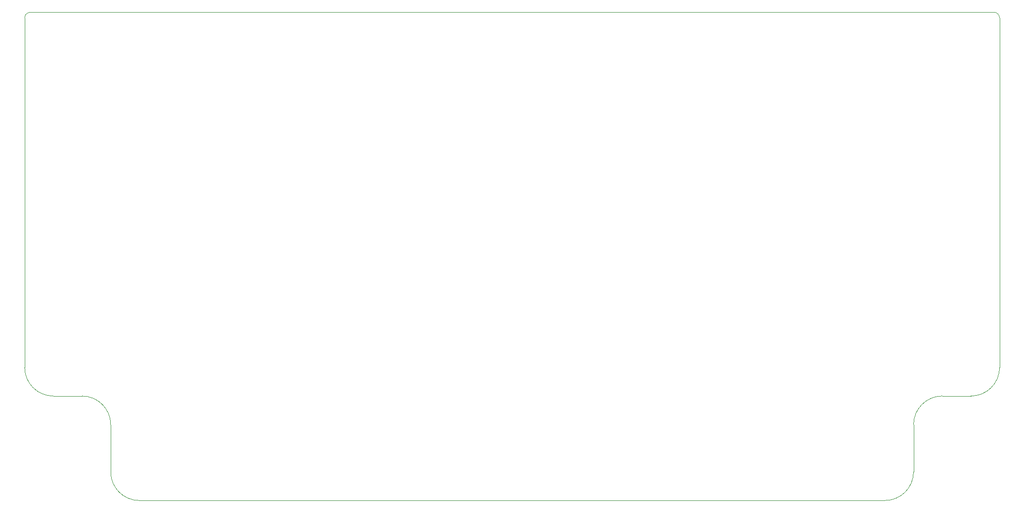
<source format=gbr>
G04 #@! TF.FileFunction,Profile,NP*
%FSLAX46Y46*%
G04 Gerber Fmt 4.6, Leading zero omitted, Abs format (unit mm)*
G04 Created by KiCad (PCBNEW 4.0.7) date Tue May 29 14:09:52 2018*
%MOMM*%
%LPD*%
G01*
G04 APERTURE LIST*
%ADD10C,0.100000*%
G04 APERTURE END LIST*
D10*
X-3570060Y2483600D02*
G75*
G02X-2570060Y3483600I1000000J0D01*
G01*
X146429940Y-81776403D02*
X16429938Y-81776403D01*
X151429932Y-76785127D02*
G75*
G02X146429940Y-81776400I-4999992J8727D01*
G01*
X151429939Y-68537514D02*
X151429939Y-76776400D01*
X151429940Y-68537513D02*
G75*
G02X156429940Y-63537513I5000000J0D01*
G01*
X161429939Y-63537512D02*
X156429940Y-63537512D01*
X166429932Y-58546240D02*
G75*
G02X161429940Y-63537513I-4999992J8727D01*
G01*
X166429940Y2483600D02*
X166429940Y-58537513D01*
X165429940Y3483600D02*
G75*
G02X166429940Y2483600I0J-1000000D01*
G01*
X-2570056Y3483600D02*
X165429940Y3483600D01*
X-3570058Y-58537513D02*
X-3570058Y2483600D01*
X1429940Y-63537513D02*
G75*
G02X-3570060Y-58537513I0J5000000D01*
G01*
X6429947Y-63537512D02*
X1429937Y-63537512D01*
X6429940Y-63537513D02*
G75*
G02X11429940Y-68537513I0J-5000000D01*
G01*
X11429943Y-76776400D02*
X11429943Y-68537514D01*
X16429940Y-81776400D02*
G75*
G02X11429940Y-76776400I0J5000000D01*
G01*
M02*

</source>
